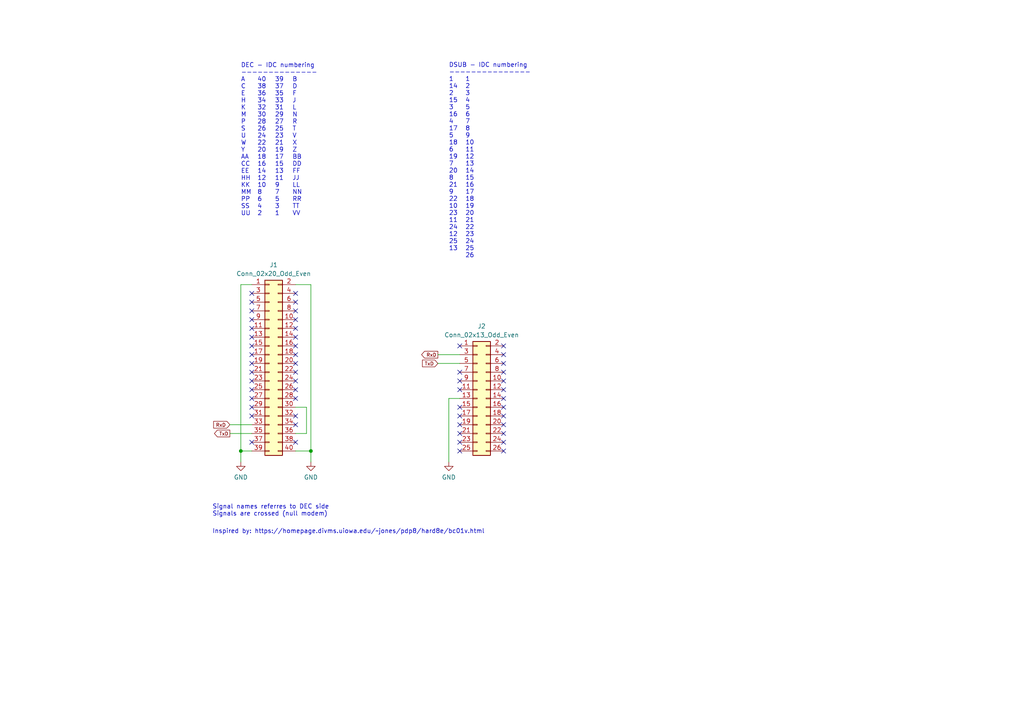
<source format=kicad_sch>
(kicad_sch (version 20230121) (generator eeschema)
  (paper "A4")
  (lib_symbols
    (symbol "Connector_Generic:Conn_02x13_Odd_Even" (pin_names (offset 1.016) hide)
      (property "Reference" "J" (at 1.27 17.78 0))
      (property "Value" "Conn_02x13_Odd_Even" (at 1.27 -17.78 0))
      (symbol "Conn_02x13_Odd_Even_1_1"
        (rectangle (start -1.27 -15.113) (end 0 -15.367) (stroke (width 0.1524)))
        (rectangle (start -1.27 -12.573) (end 0 -12.827) (stroke (width 0.1524)))
        (rectangle (start -1.27 -10.033) (end 0 -10.287) (stroke (width 0.1524)))
        (rectangle (start -1.27 -7.493) (end 0 -7.747) (stroke (width 0.1524)))
        (rectangle (start -1.27 -4.953) (end 0 -5.207) (stroke (width 0.1524)))
        (rectangle (start -1.27 -2.413) (end 0 -2.667) (stroke (width 0.1524)))
        (rectangle (start -1.27 0.127) (end 0 -0.127) (stroke (width 0.1524)))
        (rectangle (start -1.27 2.667) (end 0 2.413) (stroke (width 0.1524)))
        (rectangle (start -1.27 5.207) (end 0 4.953) (stroke (width 0.1524)))
        (rectangle (start -1.27 7.747) (end 0 7.493) (stroke (width 0.1524)))
        (rectangle (start -1.27 10.287) (end 0 10.033) (stroke (width 0.1524)))
        (rectangle (start -1.27 12.827) (end 0 12.573) (stroke (width 0.1524)))
        (rectangle (start -1.27 15.367) (end 0 15.113) (stroke (width 0.1524)))
        (rectangle (start -1.27 16.51) (end 3.81 -16.51) (stroke (width 0.254)) (fill (type background)))
        (rectangle (start 3.81 -15.113) (end 2.54 -15.367) (stroke (width 0.1524)))
        (rectangle (start 3.81 -12.573) (end 2.54 -12.827) (stroke (width 0.1524)))
        (rectangle (start 3.81 -10.033) (end 2.54 -10.287) (stroke (width 0.1524)))
        (rectangle (start 3.81 -7.493) (end 2.54 -7.747) (stroke (width 0.1524)))
        (rectangle (start 3.81 -4.953) (end 2.54 -5.207) (stroke (width 0.1524)))
        (rectangle (start 3.81 -2.413) (end 2.54 -2.667) (stroke (width 0.1524)))
        (rectangle (start 3.81 0.127) (end 2.54 -0.127) (stroke (width 0.1524)))
        (rectangle (start 3.81 2.667) (end 2.54 2.413) (stroke (width 0.1524)))
        (rectangle (start 3.81 5.207) (end 2.54 4.953) (stroke (width 0.1524)))
        (rectangle (start 3.81 7.747) (end 2.54 7.493) (stroke (width 0.1524)))
        (rectangle (start 3.81 10.287) (end 2.54 10.033) (stroke (width 0.1524)))
        (rectangle (start 3.81 12.827) (end 2.54 12.573) (stroke (width 0.1524)))
        (rectangle (start 3.81 15.367) (end 2.54 15.113) (stroke (width 0.1524)))
        (pin passive line (at -5.08 15.24 0) (length 3.81) (name "Pin_1") (number "1"))
        (pin passive line (at 7.62 5.08 180) (length 3.81) (name "Pin_10") (number "10"))
        (pin passive line (at -5.08 2.54 0) (length 3.81) (name "Pin_11") (number "11"))
        (pin passive line (at 7.62 2.54 180) (length 3.81) (name "Pin_12") (number "12"))
        (pin passive line (at -5.08 0 0) (length 3.81) (name "Pin_13") (number "13"))
        (pin passive line (at 7.62 0 180) (length 3.81) (name "Pin_14") (number "14"))
        (pin passive line (at -5.08 -2.54 0) (length 3.81) (name "Pin_15") (number "15"))
        (pin passive line (at 7.62 -2.54 180) (length 3.81) (name "Pin_16") (number "16"))
        (pin passive line (at -5.08 -5.08 0) (length 3.81) (name "Pin_17") (number "17"))
        (pin passive line (at 7.62 -5.08 180) (length 3.81) (name "Pin_18") (number "18"))
        (pin passive line (at -5.08 -7.62 0) (length 3.81) (name "Pin_19") (number "19"))
        (pin passive line (at 7.62 15.24 180) (length 3.81) (name "Pin_2") (number "2"))
        (pin passive line (at 7.62 -7.62 180) (length 3.81) (name "Pin_20") (number "20"))
        (pin passive line (at -5.08 -10.16 0) (length 3.81) (name "Pin_21") (number "21"))
        (pin passive line (at 7.62 -10.16 180) (length 3.81) (name "Pin_22") (number "22"))
        (pin passive line (at -5.08 -12.7 0) (length 3.81) (name "Pin_23") (number "23"))
        (pin passive line (at 7.62 -12.7 180) (length 3.81) (name "Pin_24") (number "24"))
        (pin passive line (at -5.08 -15.24 0) (length 3.81) (name "Pin_25") (number "25"))
        (pin passive line (at 7.62 -15.24 180) (length 3.81) (name "Pin_26") (number "26"))
        (pin passive line (at -5.08 12.7 0) (length 3.81) (name "Pin_3") (number "3"))
        (pin passive line (at 7.62 12.7 180) (length 3.81) (name "Pin_4") (number "4"))
        (pin passive line (at -5.08 10.16 0) (length 3.81) (name "Pin_5") (number "5"))
        (pin passive line (at 7.62 10.16 180) (length 3.81) (name "Pin_6") (number "6"))
        (pin passive line (at -5.08 7.62 0) (length 3.81) (name "Pin_7") (number "7"))
        (pin passive line (at 7.62 7.62 180) (length 3.81) (name "Pin_8") (number "8"))
        (pin passive line (at -5.08 5.08 0) (length 3.81) (name "Pin_9") (number "9"))
      )
    )
    (symbol "Connector_Generic:Conn_02x20_Odd_Even" (pin_names (offset 1.016) hide)
      (property "Reference" "J" (at 1.27 25.4 0))
      (property "Value" "Conn_02x20_Odd_Even" (at 1.27 -27.94 0))
      (symbol "Conn_02x20_Odd_Even_1_1"
        (rectangle (start -1.27 -25.273) (end 0 -25.527) (stroke (width 0.1524)))
        (rectangle (start -1.27 -22.733) (end 0 -22.987) (stroke (width 0.1524)))
        (rectangle (start -1.27 -20.193) (end 0 -20.447) (stroke (width 0.1524)))
        (rectangle (start -1.27 -17.653) (end 0 -17.907) (stroke (width 0.1524)))
        (rectangle (start -1.27 -15.113) (end 0 -15.367) (stroke (width 0.1524)))
        (rectangle (start -1.27 -12.573) (end 0 -12.827) (stroke (width 0.1524)))
        (rectangle (start -1.27 -10.033) (end 0 -10.287) (stroke (width 0.1524)))
        (rectangle (start -1.27 -7.493) (end 0 -7.747) (stroke (width 0.1524)))
        (rectangle (start -1.27 -4.953) (end 0 -5.207) (stroke (width 0.1524)))
        (rectangle (start -1.27 -2.413) (end 0 -2.667) (stroke (width 0.1524)))
        (rectangle (start -1.27 0.127) (end 0 -0.127) (stroke (width 0.1524)))
        (rectangle (start -1.27 2.667) (end 0 2.413) (stroke (width 0.1524)))
        (rectangle (start -1.27 5.207) (end 0 4.953) (stroke (width 0.1524)))
        (rectangle (start -1.27 7.747) (end 0 7.493) (stroke (width 0.1524)))
        (rectangle (start -1.27 10.287) (end 0 10.033) (stroke (width 0.1524)))
        (rectangle (start -1.27 12.827) (end 0 12.573) (stroke (width 0.1524)))
        (rectangle (start -1.27 15.367) (end 0 15.113) (stroke (width 0.1524)))
        (rectangle (start -1.27 17.907) (end 0 17.653) (stroke (width 0.1524)))
        (rectangle (start -1.27 20.447) (end 0 20.193) (stroke (width 0.1524)))
        (rectangle (start -1.27 22.987) (end 0 22.733) (stroke (width 0.1524)))
        (rectangle (start -1.27 24.13) (end 3.81 -26.67) (stroke (width 0.254)) (fill (type background)))
        (rectangle (start 3.81 -25.273) (end 2.54 -25.527) (stroke (width 0.1524)))
        (rectangle (start 3.81 -22.733) (end 2.54 -22.987) (stroke (width 0.1524)))
        (rectangle (start 3.81 -20.193) (end 2.54 -20.447) (stroke (width 0.1524)))
        (rectangle (start 3.81 -17.653) (end 2.54 -17.907) (stroke (width 0.1524)))
        (rectangle (start 3.81 -15.113) (end 2.54 -15.367) (stroke (width 0.1524)))
        (rectangle (start 3.81 -12.573) (end 2.54 -12.827) (stroke (width 0.1524)))
        (rectangle (start 3.81 -10.033) (end 2.54 -10.287) (stroke (width 0.1524)))
        (rectangle (start 3.81 -7.493) (end 2.54 -7.747) (stroke (width 0.1524)))
        (rectangle (start 3.81 -4.953) (end 2.54 -5.207) (stroke (width 0.1524)))
        (rectangle (start 3.81 -2.413) (end 2.54 -2.667) (stroke (width 0.1524)))
        (rectangle (start 3.81 0.127) (end 2.54 -0.127) (stroke (width 0.1524)))
        (rectangle (start 3.81 2.667) (end 2.54 2.413) (stroke (width 0.1524)))
        (rectangle (start 3.81 5.207) (end 2.54 4.953) (stroke (width 0.1524)))
        (rectangle (start 3.81 7.747) (end 2.54 7.493) (stroke (width 0.1524)))
        (rectangle (start 3.81 10.287) (end 2.54 10.033) (stroke (width 0.1524)))
        (rectangle (start 3.81 12.827) (end 2.54 12.573) (stroke (width 0.1524)))
        (rectangle (start 3.81 15.367) (end 2.54 15.113) (stroke (width 0.1524)))
        (rectangle (start 3.81 17.907) (end 2.54 17.653) (stroke (width 0.1524)))
        (rectangle (start 3.81 20.447) (end 2.54 20.193) (stroke (width 0.1524)))
        (rectangle (start 3.81 22.987) (end 2.54 22.733) (stroke (width 0.1524)))
        (pin passive line (at -5.08 22.86 0) (length 3.81) (name "Pin_1") (number "1"))
        (pin passive line (at 7.62 12.7 180) (length 3.81) (name "Pin_10") (number "10"))
        (pin passive line (at -5.08 10.16 0) (length 3.81) (name "Pin_11") (number "11"))
        (pin passive line (at 7.62 10.16 180) (length 3.81) (name "Pin_12") (number "12"))
        (pin passive line (at -5.08 7.62 0) (length 3.81) (name "Pin_13") (number "13"))
        (pin passive line (at 7.62 7.62 180) (length 3.81) (name "Pin_14") (number "14"))
        (pin passive line (at -5.08 5.08 0) (length 3.81) (name "Pin_15") (number "15"))
        (pin passive line (at 7.62 5.08 180) (length 3.81) (name "Pin_16") (number "16"))
        (pin passive line (at -5.08 2.54 0) (length 3.81) (name "Pin_17") (number "17"))
        (pin passive line (at 7.62 2.54 180) (length 3.81) (name "Pin_18") (number "18"))
        (pin passive line (at -5.08 0 0) (length 3.81) (name "Pin_19") (number "19"))
        (pin passive line (at 7.62 22.86 180) (length 3.81) (name "Pin_2") (number "2"))
        (pin passive line (at 7.62 0 180) (length 3.81) (name "Pin_20") (number "20"))
        (pin passive line (at -5.08 -2.54 0) (length 3.81) (name "Pin_21") (number "21"))
        (pin passive line (at 7.62 -2.54 180) (length 3.81) (name "Pin_22") (number "22"))
        (pin passive line (at -5.08 -5.08 0) (length 3.81) (name "Pin_23") (number "23"))
        (pin passive line (at 7.62 -5.08 180) (length 3.81) (name "Pin_24") (number "24"))
        (pin passive line (at -5.08 -7.62 0) (length 3.81) (name "Pin_25") (number "25"))
        (pin passive line (at 7.62 -7.62 180) (length 3.81) (name "Pin_26") (number "26"))
        (pin passive line (at -5.08 -10.16 0) (length 3.81) (name "Pin_27") (number "27"))
        (pin passive line (at 7.62 -10.16 180) (length 3.81) (name "Pin_28") (number "28"))
        (pin passive line (at -5.08 -12.7 0) (length 3.81) (name "Pin_29") (number "29"))
        (pin passive line (at -5.08 20.32 0) (length 3.81) (name "Pin_3") (number "3"))
        (pin passive line (at 7.62 -12.7 180) (length 3.81) (name "Pin_30") (number "30"))
        (pin passive line (at -5.08 -15.24 0) (length 3.81) (name "Pin_31") (number "31"))
        (pin passive line (at 7.62 -15.24 180) (length 3.81) (name "Pin_32") (number "32"))
        (pin passive line (at -5.08 -17.78 0) (length 3.81) (name "Pin_33") (number "33"))
        (pin passive line (at 7.62 -17.78 180) (length 3.81) (name "Pin_34") (number "34"))
        (pin passive line (at -5.08 -20.32 0) (length 3.81) (name "Pin_35") (number "35"))
        (pin passive line (at 7.62 -20.32 180) (length 3.81) (name "Pin_36") (number "36"))
        (pin passive line (at -5.08 -22.86 0) (length 3.81) (name "Pin_37") (number "37"))
        (pin passive line (at 7.62 -22.86 180) (length 3.81) (name "Pin_38") (number "38"))
        (pin passive line (at -5.08 -25.4 0) (length 3.81) (name "Pin_39") (number "39"))
        (pin passive line (at 7.62 20.32 180) (length 3.81) (name "Pin_4") (number "4"))
        (pin passive line (at 7.62 -25.4 180) (length 3.81) (name "Pin_40") (number "40"))
        (pin passive line (at -5.08 17.78 0) (length 3.81) (name "Pin_5") (number "5"))
        (pin passive line (at 7.62 17.78 180) (length 3.81) (name "Pin_6") (number "6"))
        (pin passive line (at -5.08 15.24 0) (length 3.81) (name "Pin_7") (number "7"))
        (pin passive line (at 7.62 15.24 180) (length 3.81) (name "Pin_8") (number "8"))
        (pin passive line (at -5.08 12.7 0) (length 3.81) (name "Pin_9") (number "9"))
      )
    )
    (symbol "power:GND" (power) (pin_names (offset 0))
      (property "Value" "GND" (at 0 -3.81 0))
      (symbol "GND_0_1"
        (polyline (pts (xy 0 0) (xy 0 -1.27) (xy 1.27 -1.27) (xy 0 -2.54) (xy -1.27 -1.27) (xy 0 -1.27)))
      )
      (symbol "GND_1_1"
        (pin power_in line (at 0 0 270) (length 0) hide (name "GND") (number "1"))
      )
    )
  )
  (junction (at 69.85 130.81))
  (junction (at 90.17 130.81))
  (no_connect (at 146.05 110.49))
  (no_connect (at 146.05 118.11))
  (no_connect (at 146.05 100.33))
  (no_connect (at 85.725 92.71))
  (no_connect (at 146.05 123.19))
  (no_connect (at 146.05 102.87))
  (no_connect (at 85.725 95.25))
  (no_connect (at 73.025 85.09))
  (no_connect (at 133.35 107.95))
  (no_connect (at 146.05 125.73))
  (no_connect (at 85.725 100.33))
  (no_connect (at 85.725 115.57))
  (no_connect (at 73.025 120.65))
  (no_connect (at 73.025 87.63))
  (no_connect (at 146.05 128.27))
  (no_connect (at 133.35 100.33))
  (no_connect (at 73.025 107.95))
  (no_connect (at 73.025 115.57))
  (no_connect (at 146.05 130.81))
  (no_connect (at 133.35 110.49))
  (no_connect (at 73.025 118.11))
  (no_connect (at 133.35 113.03))
  (no_connect (at 146.05 115.57))
  (no_connect (at 85.725 105.41))
  (no_connect (at 146.05 113.03))
  (no_connect (at 85.725 97.79))
  (no_connect (at 85.725 85.09))
  (no_connect (at 85.725 102.87))
  (no_connect (at 73.025 128.27))
  (no_connect (at 85.725 123.19))
  (no_connect (at 73.025 113.03))
  (no_connect (at 73.025 105.41))
  (no_connect (at 85.725 128.27))
  (no_connect (at 73.025 97.79))
  (no_connect (at 73.025 92.71))
  (no_connect (at 85.725 87.63))
  (no_connect (at 146.05 120.65))
  (no_connect (at 85.725 113.03))
  (no_connect (at 133.35 130.81))
  (no_connect (at 73.025 100.33))
  (no_connect (at 85.725 90.17))
  (no_connect (at 85.725 110.49))
  (no_connect (at 133.35 125.73))
  (no_connect (at 73.025 102.87))
  (no_connect (at 85.725 107.95))
  (no_connect (at 73.025 95.25))
  (no_connect (at 133.35 118.11))
  (no_connect (at 133.35 120.65))
  (no_connect (at 146.05 105.41))
  (no_connect (at 133.35 123.19))
  (no_connect (at 73.025 110.49))
  (no_connect (at 73.025 90.17))
  (no_connect (at 146.05 107.95))
  (no_connect (at 85.725 120.65))
  (no_connect (at 133.35 128.27))
  (wire (pts (xy 85.725 82.55) (xy 90.17 82.55)))
  (wire (pts (xy 69.85 130.81) (xy 69.85 133.985)))
  (wire (pts (xy 90.17 82.55) (xy 90.17 130.81)))
  (wire (pts (xy 85.725 130.81) (xy 90.17 130.81)))
  (wire (pts (xy 88.9 125.73) (xy 88.9 118.11)))
  (wire (pts (xy 69.85 82.55) (xy 69.85 130.81)))
  (wire (pts (xy 90.17 130.81) (xy 90.17 133.985)))
  (wire (pts (xy 88.9 118.11) (xy 85.725 118.11)))
  (wire (pts (xy 66.675 123.19) (xy 73.025 123.19)))
  (wire (pts (xy 127 102.87) (xy 133.35 102.87)))
  (wire (pts (xy 133.35 115.57) (xy 130.175 115.57)))
  (wire (pts (xy 69.85 130.81) (xy 73.025 130.81)))
  (wire (pts (xy 85.725 125.73) (xy 88.9 125.73)))
  (wire (pts (xy 130.175 115.57) (xy 130.175 133.985)))
  (wire (pts (xy 66.675 125.73) (xy 73.025 125.73)))
  (wire (pts (xy 127 105.41) (xy 133.35 105.41)))
  (wire (pts (xy 73.025 82.55) (xy 69.85 82.55)))
  (text "Signal names referres to DEC side\nSignals are crossed (null modem)" (at 61.595 149.86 0) (effects (font (size 1.27 1.27)) (justify left bottom)))
  (text "Inspired by: https://homepage.divms.uiowa.edu/~jones/pdp8/hard8e/bc01v.html" (at 61.595 154.94 0) (effects (font (size 1.27 1.27)) (justify left bottom)))
  (text "DEC - IDC numbering\n--------------\nA	40	39	B\nC	38	37	D\nE	36	35	F\nH	34	33	J\nK	32	31	L\nM	30	29	N\nP	28	27	R\nS	26	25	T\nU	24	23	V\nW	22	21	X\nY	20	19	Z\nAA	18	17	BB\nCC	16	15	DD\nEE	14	13	FF\nHH	12	11	JJ\nKK	10	9	LL\nMM	8	7	NN\nPP	6	5	RR\nSS	4	3	TT\nUU	2	1	VV\n\n" (at 69.85 64.77 0) (effects (font (size 1.27 1.27)) (justify left bottom)))
  (text "DSUB - IDC numbering\n---------------\n1	1	\n14	2	\n2	3	\n15	4	\n3	5	\n16	6	\n4	7	\n17	8	\n5	9	\n18	10\n6	11	\n19	12\n7	13	\n20	14\n8	15	\n21	16\n9	17	\n22	18\n10	19\n23	20\n11	21\n24	22\n12	23\n25	24\n13	25\n	26	" (at 130.175 74.93 0) (effects (font (size 1.27 1.27)) (justify left bottom)))
  (global_label "RxD" (shape input) (at 66.675 123.19 180) (effects (font (size 1 1))) (property "Intersheetrefs" "${INTERSHEET_REFS}" (effects hide)))
  (global_label "TxD" (shape input) (at 127 105.41 180) (effects (font (size 1 1))) (property "Intersheetrefs" "${INTERSHEET_REFS}" (effects hide)))
  (global_label "TxD" (shape output) (at 66.675 125.73 180) (effects (font (size 1 1))) (property "Intersheetrefs" "${INTERSHEET_REFS}" (effects hide)))
  (global_label "RxD" (shape output) (at 127 102.87 180) (effects (font (size 1 1))) (property "Intersheetrefs" "${INTERSHEET_REFS}" (effects hide)))
  (symbol (lib_id "power:GND") (at 130.175 133.985 0) (unit 1)
    (property "Reference" "#PWR02" (effects hide))
    (property "Value" "GND" (at 130.175 138.43 0))
  )
  (symbol (lib_id "Connector_Generic:Conn_02x13_Odd_Even") (at 138.43 115.57 0) (unit 1)
    (property "Reference" "J2" (at 139.7 94.615 0))
    (property "Value" "Conn_02x13_Odd_Even" (at 139.7 97.155 0))
    (property "Footprint" "Connector_PinHeader_2.54mm:PinHeader_2x13_P2.54mm_Vertical" (effects hide))
  )
  (symbol (lib_id "power:GND") (at 69.85 133.985 0) (unit 1)
    (property "Reference" "#PWR01" (effects hide))
    (property "Value" "GND" (at 69.85 138.43 0))
  )
  (symbol (lib_id "Connector_Generic:Conn_02x20_Odd_Even") (at 78.105 105.41 0) (unit 1)
    (property "Reference" "J1" (at 79.375 76.835 0))
    (property "Value" "Conn_02x20_Odd_Even" (at 79.375 79.375 0))
    (property "Footprint" "anders:IDC-female-flat-20_2" (effects hide))
  )
  (symbol (lib_id "power:GND") (at 90.17 133.985 0) (unit 1)
    (property "Reference" "#PWR03" (effects hide))
    (property "Value" "GND" (at 90.17 138.43 0))
  )
)
</source>
